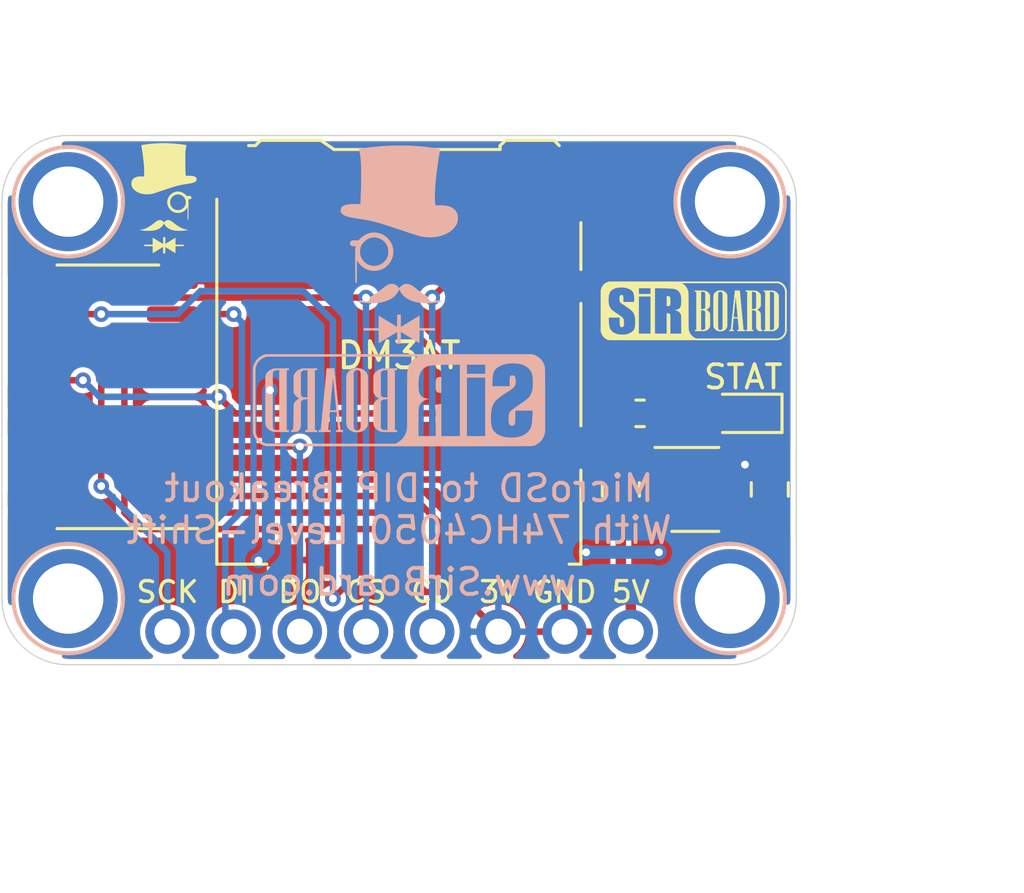
<source format=kicad_pcb>
(kicad_pcb (version 20171130) (host pcbnew "(5.1.2)-2")
  (title_block (title "MicroSD to DIP Breakout_74HC4050") (date 2020-02-07) (rev 3) (company SirBoard) (comment 1 www.SirBoard.com) (comment 2 "HIROSE DM3AT") (comment 3 "DIP 2.54mm"))
  (layers (0 F.Cu signal) (31 B.Cu signal) (34 B.Paste user hide) (35 F.Paste user hide) (36 B.SilkS user) (37 F.SilkS user) (38 B.Mask user hide) (39 F.Mask user hide) (44 Edge.Cuts user))
  (net 0 "")
  (net 1 GND)
  (net 2 VIN)
  (net 3 VOUT)
  (net 4 "Net-(D1-Pad2)")
  (net 5 CS)
  (net 6 DO)
  (net 7 SCK)
  (net 8 DI)
  (net 9 DETA)
  (net 10 "Net-(J3-Pad1)")
  (net 11 "Net-(J3-Pad8)")
  (net 12 DETB)
  (net 13 "Net-(R6-Pad1)")
  (net 14 /DO_SD)
  (net 15 /CLK_SD)
  (net 16 /DI_SD)
  (net 17 /CS_SD)
  (net 18 "Net-(U1-Pad4)")
  (module logo:logo76x107 (layer B.Cu) (at 65.278 28.067 180)
    (fp_text reference G*** hide)
    (fp_text value LOGO hide)
  )
  (module logo:SirBoard112x35 (layer B.Cu) (at 65.278 34.036 180)
    (fp_text reference G*** hide)
    (fp_text value LOGO hide)
  )
  (module logo:SirBoard71X22 (layer F.Cu) (at 76.581 30.607)
    (fp_text reference G*** hide)
    (fp_text value LOGO hide)
  )
  (module logo:logo42x59 (layer F.Cu) (at 56.261 26.289)
    (fp_text reference G*** hide)
    (fp_text value LOGO hide)
  )
  (module Package_TO_SOT_SMD:SOT-23-5 (layer F.Cu) (at 76.6445 37.465)
    (fp_text reference U1 hide)
    (fp_text value AP2127K-3.3)
    (pad 5 smd rect (at 1.1 -0.95) (size 1.06 0.65) (layers F.Cu F.Paste F.Mask) (net 3 VOUT))
    (pad 4 smd rect (at 1.1 0.95) (size 1.06 0.65) (layers F.Cu F.Paste F.Mask) (net 18 "Net-(U1-Pad4)"))
    (pad 3 smd rect (at -1.1 0.95) (size 1.06 0.65) (layers F.Cu F.Paste F.Mask) (net 2 VIN))
    (pad 2 smd rect (at -1.1 0) (size 1.06 0.65) (layers F.Cu F.Paste F.Mask) (net 1 GND))
    (pad 1 smd rect (at -1.1 -0.95) (size 1.06 0.65) (layers F.Cu F.Paste F.Mask) (net 2 VIN))
  )
  (module Capacitor_SMD:C_0805_2012Metric (layer F.Cu) (at 79.502 37.465 270)
    (fp_text reference C2 hide)
    (fp_text value 10uF)
    (pad 2 smd roundrect (at 0.9375 0 270) (size 0.975 1.4) (layers F.Cu F.Paste F.Mask) (net 1 GND))
    (pad 1 smd roundrect (at -0.9375 0 270) (size 0.975 1.4) (layers F.Cu F.Paste F.Mask) (net 3 VOUT))
  )
  (module Capacitor_SMD:C_0805_2012Metric (layer F.Cu) (at 73.787 37.465 90)
    (fp_text reference C1 hide)
    (fp_text value 10uF)
    (pad 2 smd roundrect (at 0.9375 0 90) (size 0.975 1.4) (layers F.Cu F.Paste F.Mask) (net 1 GND))
    (pad 1 smd roundrect (at -0.9375 0 90) (size 0.975 1.4) (layers F.Cu F.Paste F.Mask) (net 2 VIN))
  )
  (module SirBoardLibrary:MountingHole_M2.5_SirBoard (layer F.Cu) (at 77.978 26.416 90)
    (fp_text reference H4 hide)
    (fp_text value MountingHole)
    (pad 1 thru_hole circle (at 0 0 90) (size 3.8 3.8) (drill 2.7) (layers *.Cu *.Mask))
  )
  (module SirBoardLibrary:MountingHole_M2.5_SirBoard (layer F.Cu) (at 52.578 26.416 90)
    (fp_text reference H3 hide)
    (fp_text value MountingHole)
    (pad 1 thru_hole circle (at 0 0 90) (size 3.8 3.8) (drill 2.7) (layers *.Cu *.Mask))
  )
  (module SirBoardLibrary:MountingHole_M2.5_SirBoard (layer F.Cu) (at 77.978 41.656 90)
    (fp_text reference H2 hide)
    (fp_text value MountingHole)
    (pad 1 thru_hole circle (at 0 0 90) (size 3.8 3.8) (drill 2.7) (layers *.Cu *.Mask))
  )
  (module SirBoardLibrary:MountingHole_M2.5_SirBoard (layer F.Cu) (at 52.578 41.656 90)
    (fp_text reference H1 hide)
    (fp_text value MountingHole)
    (pad 1 thru_hole circle (at 0 0 90) (size 3.8 3.8) (drill 2.7) (layers *.Cu *.Mask))
  )
  (module Package_SO:SOIC-16_3.9x9.9mm_P1.27mm (layer F.Cu) (at 54.102 33.909 180)
    (fp_text reference U2 hide)
    (fp_text value 4050)
    (pad 16 smd roundrect (at 2.475 -4.445 180) (size 1.95 0.6) (layers F.Cu F.Paste F.Mask))
    (pad 15 smd roundrect (at 2.475 -3.175 180) (size 1.95 0.6) (layers F.Cu F.Paste F.Mask) (net 1 GND))
    (pad 14 smd roundrect (at 2.475 -1.905 180) (size 1.95 0.6) (layers F.Cu F.Paste F.Mask) (net 1 GND))
    (pad 13 smd roundrect (at 2.475 -0.635 180) (size 1.95 0.6) (layers F.Cu F.Paste F.Mask))
    (pad 12 smd roundrect (at 2.475 0.635 180) (size 1.95 0.6) (layers F.Cu F.Paste F.Mask) (net 13 "Net-(R6-Pad1)"))
    (pad 11 smd roundrect (at 2.475 1.905 180) (size 1.95 0.6) (layers F.Cu F.Paste F.Mask) (net 7 SCK))
    (pad 10 smd roundrect (at 2.475 3.175 180) (size 1.95 0.6) (layers F.Cu F.Paste F.Mask) (net 17 /CS_SD))
    (pad 9 smd roundrect (at 2.475 4.445 180) (size 1.95 0.6) (layers F.Cu F.Paste F.Mask) (net 5 CS))
    (pad 8 smd roundrect (at -2.475 4.445 180) (size 1.95 0.6) (layers F.Cu F.Paste F.Mask) (net 1 GND))
    (pad 7 smd roundrect (at -2.475 3.175 180) (size 1.95 0.6) (layers F.Cu F.Paste F.Mask) (net 8 DI))
    (pad 6 smd roundrect (at -2.475 1.905 180) (size 1.95 0.6) (layers F.Cu F.Paste F.Mask) (net 16 /DI_SD))
    (pad 5 smd roundrect (at -2.475 0.635 180) (size 1.95 0.6) (layers F.Cu F.Paste F.Mask) (net 7 SCK))
    (pad 4 smd roundrect (at -2.475 -0.635 180) (size 1.95 0.6) (layers F.Cu F.Paste F.Mask) (net 15 /CLK_SD))
    (pad 3 smd roundrect (at -2.475 -1.905 180) (size 1.95 0.6) (layers F.Cu F.Paste F.Mask) (net 6 DO))
    (pad 2 smd roundrect (at -2.475 -3.175 180) (size 1.95 0.6) (layers F.Cu F.Paste F.Mask) (net 14 /DO_SD))
    (pad 1 smd roundrect (at -2.475 -4.445 180) (size 1.95 0.6) (layers F.Cu F.Paste F.Mask) (net 3 VOUT))
  )
  (module Connector_Card:microSD_HC_Hirose_DM3AT-SF-PEJM5 (layer F.Cu) (at 65.278 32.4485 180)
    (fp_text reference DM3AT (at 0 0.127 unlocked) (layer F.SilkS))
    (fp_text value Micro_SD_Card_Det)
    (pad 11 smd rect (at 6.675 7.375 180) (size 1.3 1.9) (layers F.Cu F.Paste F.Mask) (net 1 GND))
    (pad 11 smd rect (at -6.825 6.925 180) (size 1 2.8) (layers F.Cu F.Paste F.Mask) (net 1 GND))
    (pad 10 smd rect (at -6.825 2.775 180) (size 1 0.8) (layers F.Cu F.Paste F.Mask) (net 9 DETA))
    (pad 11 smd rect (at -6.825 -3.425 180) (size 1 1.2) (layers F.Cu F.Paste F.Mask) (net 1 GND))
    (pad 11 smd rect (at 4.325 -7.725 180) (size 1 1.2) (layers F.Cu F.Paste F.Mask) (net 1 GND))
    (pad 7 smd rect (at -3.825 -7.725 180) (size 0.7 1.2) (layers F.Cu F.Paste F.Mask) (net 14 /DO_SD))
    (pad 6 smd rect (at -2.725 -7.725 180) (size 0.7 1.2) (layers F.Cu F.Paste F.Mask) (net 1 GND))
    (pad 5 smd rect (at -1.625 -7.725 180) (size 0.7 1.2) (layers F.Cu F.Paste F.Mask) (net 15 /CLK_SD))
    (pad 4 smd rect (at -0.525 -7.725 180) (size 0.7 1.2) (layers F.Cu F.Paste F.Mask) (net 3 VOUT))
    (pad 3 smd rect (at 0.575 -7.725 180) (size 0.7 1.2) (layers F.Cu F.Paste F.Mask) (net 16 /DI_SD))
    (pad 2 smd rect (at 1.675 -7.725 180) (size 0.7 1.2) (layers F.Cu F.Paste F.Mask) (net 17 /CS_SD))
    (pad 1 smd rect (at 2.775 -7.725 180) (size 0.7 1.2) (layers F.Cu F.Paste F.Mask) (net 10 "Net-(J3-Pad1)"))
    (pad 8 smd rect (at -4.925 -7.725 180) (size 0.7 1.2) (layers F.Cu F.Paste F.Mask) (net 11 "Net-(J3-Pad8)"))
    (pad 9 smd rect (at -5.875 -7.725 180) (size 0.7 1.2) (layers F.Cu F.Paste F.Mask) (net 12 DETB))
  )
  (module Connector_PinHeader_2.54mm:PinHeader_1x08_P2.54mm_Vertical (layer B.Cu) (at 56.388 42.926 270)
    (fp_text reference J1 hide)
    (fp_text value Conn_01x08)
    (pad 8 thru_hole oval (at 0 -17.78 270) (size 1.7 1.7) (drill 1) (layers *.Cu *.Mask) (net 2 VIN))
    (pad 7 thru_hole oval (at 0 -15.24 270) (size 1.7 1.7) (drill 1) (layers *.Cu *.Mask) (net 1 GND))
    (pad 6 thru_hole oval (at 0 -12.7 270) (size 1.7 1.7) (drill 1) (layers *.Cu *.Mask) (net 3 VOUT))
    (pad 5 thru_hole oval (at 0 -10.16 270) (size 1.7 1.7) (drill 1) (layers *.Cu *.Mask) (net 9 DETA))
    (pad 4 thru_hole oval (at 0 -7.62 270) (size 1.7 1.7) (drill 1) (layers *.Cu *.Mask) (net 5 CS))
    (pad 3 thru_hole oval (at 0 -5.08 270) (size 1.7 1.7) (drill 1) (layers *.Cu *.Mask) (net 6 DO))
    (pad 2 thru_hole oval (at 0 -2.54 270) (size 1.7 1.7) (drill 1) (layers *.Cu *.Mask) (net 8 DI))
    (pad 1 thru_hole circle (at 0 0 270) (size 1.7 1.7) (drill 1) (layers *.Cu *.Mask) (net 7 SCK))
  )
  (module Resistor_SMD:R_0603_1608Metric (layer F.Cu) (at 74.5235 34.544)
    (fp_text reference R6 hide)
    (fp_text value 1K)
    (pad 2 smd roundrect (at 0.7875 0) (size 0.875 0.95) (layers F.Cu F.Paste F.Mask) (net 4 "Net-(D1-Pad2)"))
    (pad 1 smd roundrect (at -0.7875 0) (size 0.875 0.95) (layers F.Cu F.Paste F.Mask) (net 13 "Net-(R6-Pad1)"))
  )
  (module LED_SMD:LED_0603_1608Metric (layer F.Cu) (at 78.486 34.544 180)
    (fp_text reference STAT (at 0 1.397 unlocked) (layer F.SilkS) (effects (font (size 0.9 0.9) (thickness 0.14))))
    (fp_text value LED)
    (pad 2 smd roundrect (at 0.7875 0 180) (size 0.875 0.95) (layers F.Cu F.Paste F.Mask) (net 4 "Net-(D1-Pad2)"))
    (pad 1 smd roundrect (at -0.7875 0 180) (size 0.875 0.95) (layers F.Cu F.Paste F.Mask) (net 5 CS))
  )
  (gr_text GND (at 71.628 41.402) (layer F.SilkS) (effects (font (size 0.8 0.8) (thickness 0.13))))
  (gr_text CS (at 64.008 41.402) (layer F.SilkS) (effects (font (size 0.8 0.8) (thickness 0.13))))
  (gr_text DI (at 58.928 41.402) (layer F.SilkS) (effects (font (size 0.8 0.8) (thickness 0.13))))
  (gr_text SCK (at 56.388 41.402) (layer F.SilkS) (effects (font (size 0.8 0.8) (thickness 0.13))))
  (gr_text DO (at 61.468 41.402) (layer F.SilkS) (effects (font (size 0.8 0.8) (thickness 0.13))))
  (gr_text 3V (at 69.088 41.402) (layer F.SilkS) (effects (font (size 0.8 0.8) (thickness 0.13))))
  (gr_text 5V (at 74.168 41.402) (layer F.SilkS) (effects (font (size 0.8 0.8) (thickness 0.13))))
  (gr_text "MicroSD to DIP Breakout \nWith 74HC4050 Level-Shift" (at 65.278 38.227) (layer B.SilkS) (effects (font (size 1 1)) (justify mirror)))
  (gr_text www.SirBoard.com (at 65.278 41.021) (layer B.SilkS) (effects (font (size 1 1)) (justify mirror)))
  (gr_text CD (at 66.548 41.402) (layer F.SilkS) (effects (font (size 0.8 0.8) (thickness 0.13))))
  (gr_line (start 77.978 23.876) (end 52.578 23.876) (layer Edge.Cuts) (width 0.05))
  (gr_line (start 80.518 41.656) (end 80.518 26.416) (layer Edge.Cuts) (width 0.05))
  (gr_line (start 52.578 44.196) (end 77.978 44.196) (layer Edge.Cuts) (width 0.05))
  (gr_line (start 50.038 41.656) (end 50.038 26.416) (layer Edge.Cuts) (width 0.05))
  (gr_arc (start 52.578 41.656) (end 50.038 41.656) (angle -90) (layer Edge.Cuts) (width 0.05))
  (gr_arc (start 52.578 26.416) (end 52.578 23.876) (angle -90) (layer Edge.Cuts) (width 0.05))
  (gr_arc (start 77.978 26.416) (end 80.518 26.416) (angle -90) (layer Edge.Cuts) (width 0.05))
  (gr_arc (start 77.978 41.656) (end 77.978 44.196) (angle -90) (layer Edge.Cuts) (width 0.05))
  (via (at 59.8805 40.1955) (size 0.6) (drill 0.3) (layers F.Cu B.Cu) (net 1))
  (segment (start 60.953 40.1735) (end 59.9025 40.1735) (width 0.5) (layer F.Cu) (net 1))
  (segment (start 59.9025 40.1735) (end 59.8805 40.1955) (width 0.5) (layer F.Cu) (net 1))
  (via (at 60.325 33.655) (size 0.6) (drill 0.3) (layers F.Cu B.Cu) (net 1))
  (via (at 75.2475 39.878) (size 0.6) (drill 0.3) (layers F.Cu B.Cu) (net 1))
  (via (at 72.4535 39.878) (size 0.6) (drill 0.3) (layers F.Cu B.Cu) (net 1))
  (segment (start 72.4535 39.878) (end 75.2475 39.878) (width 0.5) (layer B.Cu) (net 1))
  (segment (start 60.2615 33.7185) (end 60.325 33.655) (width 0.5) (layer B.Cu) (net 1))
  (segment (start 59.8805 40.1955) (end 60.2615 39.8145) (width 0.5) (layer B.Cu) (net 1))
  (segment (start 60.2615 39.8145) (end 60.2615 33.7185) (width 0.5) (layer B.Cu) (net 1))
  (segment (start 75.532 38.4025) (end 75.5445 38.415) (width 0.4) (layer F.Cu) (net 2))
  (segment (start 73.787 38.4025) (end 75.532 38.4025) (width 0.4) (layer F.Cu) (net 2))
  (segment (start 76.393 38.415) (end 75.5445 38.415) (width 0.4) (layer F.Cu) (net 2))
  (segment (start 76.6445 38.1635) (end 76.393 38.415) (width 0.4) (layer F.Cu) (net 2))
  (segment (start 76.6445 36.7715) (end 76.6445 38.1635) (width 0.4) (layer F.Cu) (net 2))
  (segment (start 76.3905 36.5175) (end 76.6445 36.7715) (width 0.4) (layer F.Cu) (net 2))
  (segment (start 75.5445 36.515) (end 76.393 36.515) (width 0.4) (layer F.Cu) (net 2))
  (segment (start 76.393 36.515) (end 76.3905 36.5175) (width 0.4) (layer F.Cu) (net 2))
  (segment (start 73.787 38.4025) (end 73.787 40.5765) (width 0.4) (layer F.Cu) (net 2))
  (segment (start 74.168 40.9575) (end 74.168 42.926) (width 0.4) (layer F.Cu) (net 2))
  (segment (start 73.787 40.5765) (end 74.168 40.9575) (width 0.4) (layer F.Cu) (net 2))
  (segment (start 57.652 38.354) (end 56.577 38.354) (width 0.25) (layer F.Cu) (net 3))
  (segment (start 65.151 38.354) (end 57.652 38.354) (width 0.25) (layer F.Cu) (net 3))
  (segment (start 65.803 40.1735) (end 65.803 39.006) (width 0.25) (layer F.Cu) (net 3))
  (segment (start 65.803 39.006) (end 65.151 38.354) (width 0.25) (layer F.Cu) (net 3))
  (segment (start 67.564 41.402) (end 69.088 42.926) (width 0.25) (layer F.Cu) (net 3))
  (segment (start 66.294 41.402) (end 67.564 41.402) (width 0.25) (layer F.Cu) (net 3))
  (segment (start 65.803 40.1735) (end 65.803 40.911) (width 0.25) (layer F.Cu) (net 3))
  (segment (start 65.803 40.911) (end 66.294 41.402) (width 0.25) (layer F.Cu) (net 3))
  (segment (start 77.757 36.5275) (end 77.7445 36.515) (width 0.4) (layer F.Cu) (net 3))
  (via (at 78.5495 36.5125) (size 0.6) (drill 0.3) (layers F.Cu B.Cu) (net 3))
  (segment (start 79.502 36.5275) (end 78.5645 36.5275) (width 0.4) (layer F.Cu) (net 3))
  (segment (start 78.5645 36.5275) (end 78.5495 36.5125) (width 0.4) (layer F.Cu) (net 3))
  (segment (start 78.547 36.515) (end 78.5495 36.5125) (width 0.4) (layer F.Cu) (net 3))
  (segment (start 77.7445 36.515) (end 78.547 36.515) (width 0.4) (layer F.Cu) (net 3))
  (segment (start 77.6985 34.544) (end 75.311 34.544) (width 0.3) (layer F.Cu) (net 4))
  (via (at 64.008004 30.099) (size 0.6) (drill 0.3) (layers F.Cu B.Cu) (net 5))
  (segment (start 64.008 42.926) (end 64.008 30.099004) (width 0.25) (layer B.Cu) (net 5))
  (segment (start 64.008 30.099004) (end 64.008004 30.099) (width 0.25) (layer B.Cu) (net 5))
  (segment (start 63.58374 30.099) (end 64.008004 30.099) (width 0.25) (layer F.Cu) (net 5))
  (segment (start 55.245 30.099) (end 63.58374 30.099) (width 0.25) (layer F.Cu) (net 5))
  (segment (start 51.627 29.464) (end 54.61 29.464) (width 0.25) (layer F.Cu) (net 5))
  (segment (start 54.61 29.464) (end 55.245 30.099) (width 0.25) (layer F.Cu) (net 5))
  (segment (start 79.2735 34.0615) (end 79.2735 34.544) (width 0.25) (layer F.Cu) (net 5))
  (segment (start 78.2955 33.0835) (end 79.2735 34.0615) (width 0.25) (layer F.Cu) (net 5))
  (segment (start 67.5005 33.0835) (end 78.2955 33.0835) (width 0.25) (layer F.Cu) (net 5))
  (segment (start 64.008004 30.099) (end 64.516 30.099) (width 0.25) (layer F.Cu) (net 5))
  (segment (start 64.516 30.099) (end 67.5005 33.0835) (width 0.25) (layer F.Cu) (net 5))
  (via (at 61.468 35.814) (size 0.6) (drill 0.3) (layers F.Cu B.Cu) (net 6))
  (segment (start 56.577 35.814) (end 61.468 35.814) (width 0.25) (layer F.Cu) (net 6))
  (segment (start 61.468 35.814) (end 61.468 42.926) (width 0.25) (layer B.Cu) (net 6))
  (via (at 53.848 37.338) (size 0.6) (drill 0.3) (layers F.Cu B.Cu) (net 7))
  (segment (start 57.658 31.369) (end 54.483 31.369) (width 0.25) (layer F.Cu) (net 7))
  (segment (start 51.627 32.004) (end 53.848 32.004) (width 0.25) (layer F.Cu) (net 7))
  (segment (start 54.147999 31.704001) (end 53.848 32.004) (width 0.25) (layer F.Cu) (net 7))
  (segment (start 56.577 33.274) (end 57.652 33.274) (width 0.25) (layer F.Cu) (net 7))
  (segment (start 57.652 33.274) (end 57.912 33.014) (width 0.25) (layer F.Cu) (net 7))
  (segment (start 54.483 31.369) (end 54.147999 31.704001) (width 0.25) (layer F.Cu) (net 7))
  (segment (start 57.912 33.014) (end 57.912 31.623) (width 0.25) (layer F.Cu) (net 7))
  (segment (start 57.912 31.623) (end 57.658 31.369) (width 0.25) (layer F.Cu) (net 7))
  (segment (start 53.848 37.338) (end 53.848 32.004) (width 0.25) (layer F.Cu) (net 7))
  (segment (start 56.388 42.926) (end 56.388 39.878) (width 0.25) (layer B.Cu) (net 7))
  (segment (start 56.388 39.878) (end 53.848 37.338) (width 0.25) (layer B.Cu) (net 7))
  (via (at 58.928 30.734) (size 0.6) (drill 0.3) (layers F.Cu B.Cu) (net 8))
  (segment (start 56.577 30.734) (end 58.928 30.734) (width 0.25) (layer F.Cu) (net 8))
  (segment (start 58.6105 42.6085) (end 58.928 42.926) (width 0.25) (layer B.Cu) (net 8))
  (segment (start 58.6105 38.9255) (end 58.6105 42.6085) (width 0.25) (layer B.Cu) (net 8))
  (segment (start 59.2455 38.2905) (end 58.6105 38.9255) (width 0.25) (layer B.Cu) (net 8))
  (segment (start 58.928 30.734) (end 59.2455 31.0515) (width 0.25) (layer B.Cu) (net 8))
  (segment (start 59.2455 31.0515) (end 59.2455 38.2905) (width 0.25) (layer B.Cu) (net 8))
  (via (at 66.548 30.098996) (size 0.6) (drill 0.3) (layers F.Cu B.Cu) (net 9))
  (segment (start 66.548 42.926) (end 66.548 30.098996) (width 0.25) (layer B.Cu) (net 9))
  (segment (start 72.103 29.6735) (end 66.973496 29.6735) (width 0.25) (layer F.Cu) (net 9))
  (segment (start 66.973496 29.6735) (end 66.847999 29.798997) (width 0.25) (layer F.Cu) (net 9))
  (segment (start 66.847999 29.798997) (end 66.548 30.098996) (width 0.25) (layer F.Cu) (net 9))
  (via (at 58.3565 33.909) (size 0.6) (drill 0.3) (layers F.Cu B.Cu) (net 13))
  (via (at 53.1495 33.274) (size 0.6) (drill 0.3) (layers F.Cu B.Cu) (net 13))
  (segment (start 58.3565 33.909) (end 53.7845 33.909) (width 0.25) (layer B.Cu) (net 13))
  (segment (start 53.7845 33.909) (end 53.1495 33.274) (width 0.25) (layer B.Cu) (net 13))
  (segment (start 53.1495 33.274) (end 51.627 33.274) (width 0.25) (layer F.Cu) (net 13))
  (segment (start 58.9915 34.544) (end 58.3565 33.909) (width 0.25) (layer F.Cu) (net 13))
  (segment (start 73.736 34.544) (end 58.9915 34.544) (width 0.25) (layer F.Cu) (net 13))
  (segment (start 57.652 37.084) (end 56.577 37.084) (width 0.25) (layer F.Cu) (net 14))
  (segment (start 66.8635 37.084) (end 57.652 37.084) (width 0.25) (layer F.Cu) (net 14))
  (segment (start 69.103 39.3235) (end 66.8635 37.084) (width 0.25) (layer F.Cu) (net 14))
  (segment (start 69.103 40.1735) (end 69.103 39.3235) (width 0.25) (layer F.Cu) (net 14))
  (segment (start 55.502 34.544) (end 56.577 34.544) (width 0.25) (layer F.Cu) (net 15))
  (segment (start 66.903 38.836) (end 65.786 37.719) (width 0.25) (layer F.Cu) (net 15))
  (segment (start 66.903 40.1735) (end 66.903 38.836) (width 0.25) (layer F.Cu) (net 15))
  (segment (start 65.786 37.719) (end 55.499 37.719) (width 0.25) (layer F.Cu) (net 15))
  (segment (start 55.499 37.719) (end 55.245 37.465) (width 0.25) (layer F.Cu) (net 15))
  (segment (start 55.245 37.465) (end 55.245 34.801) (width 0.25) (layer F.Cu) (net 15))
  (segment (start 55.245 34.801) (end 55.502 34.544) (width 0.25) (layer F.Cu) (net 15))
  (segment (start 54.737 38.354) (end 54.737 32.512) (width 0.25) (layer F.Cu) (net 16))
  (segment (start 64.703 40.1735) (end 64.703 39.3235) (width 0.25) (layer F.Cu) (net 16))
  (segment (start 64.3685 38.989) (end 55.372 38.989) (width 0.25) (layer F.Cu) (net 16))
  (segment (start 55.372 38.989) (end 54.737 38.354) (width 0.25) (layer F.Cu) (net 16))
  (segment (start 64.703 39.3235) (end 64.3685 38.989) (width 0.25) (layer F.Cu) (net 16))
  (segment (start 54.737 32.512) (end 55.245 32.004) (width 0.25) (layer F.Cu) (net 16))
  (segment (start 55.245 32.004) (end 56.577 32.004) (width 0.25) (layer F.Cu) (net 16))
  (via (at 53.848 30.734) (size 0.6) (drill 0.3) (layers F.Cu B.Cu) (net 17))
  (segment (start 51.627 30.734) (end 53.848 30.734) (width 0.25) (layer F.Cu) (net 17))
  (segment (start 53.848 30.734) (end 56.769 30.734) (width 0.25) (layer B.Cu) (net 17))
  (segment (start 56.769 30.734) (end 57.658 29.845) (width 0.25) (layer B.Cu) (net 17))
  (segment (start 57.658 29.845) (end 61.595 29.845) (width 0.25) (layer B.Cu) (net 17))
  (via (at 62.738 41.656) (size 0.6) (drill 0.3) (layers F.Cu B.Cu) (net 17))
  (segment (start 61.595 29.845) (end 62.738 30.988) (width 0.25) (layer B.Cu) (net 17))
  (segment (start 62.738 30.988) (end 62.738 41.656) (width 0.25) (layer B.Cu) (net 17))
  (segment (start 63.603 40.791) (end 63.603 40.1735) (width 0.25) (layer F.Cu) (net 17))
  (segment (start 62.738 41.656) (end 63.603 40.791) (width 0.25) (layer F.Cu) (net 17))
  (zone (net 3) (net_name VOUT) (layer B.Cu) (connect_pads (clearance 0.2)) (min_thickness 0.2) (fill yes (arc_segments 32) (thermal_gap 0.25) (thermal_bridge_width 0.25))
    (polygon (pts (xy 80.518 23.876) (xy 80.518 44.196) (xy 50.038 44.196) (xy 50.038 23.876)))
  )
  (zone (net 1) (net_name GND) (layer F.Cu) (connect_pads (clearance 0.2)) (min_thickness 0.2) (fill yes (arc_segments 32) (thermal_gap 0.25) (thermal_bridge_width 0.25))
    (polygon (pts (xy 80.518 23.876) (xy 80.518 44.196) (xy 50.038 44.196) (xy 50.038 23.876)))
  )
)
</source>
